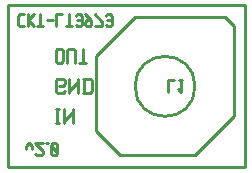
<source format=gbr>
G04 start of page 8 for group -4078 idx -4078 *
G04 Title: (unknown), bottomsilk *
G04 Creator: pcb 20110918 *
G04 CreationDate: Mon 01 Apr 2013 11:54:10 PM GMT UTC *
G04 For: railfan *
G04 Format: Gerber/RS-274X *
G04 PCB-Dimensions: 80000 55000 *
G04 PCB-Coordinate-Origin: lower left *
%MOIN*%
%FSLAX25Y25*%
%LNBOTTOMSILK*%
%ADD40C,0.0100*%
G54D40*X500Y54500D02*Y500D01*
X79500D02*Y54500D01*
X500Y500D02*X79500D01*
Y54500D02*X500D01*
X16500Y35830D02*Y39490D01*
Y35830D02*X17110Y35220D01*
X18330D01*
X18940Y35830D01*
Y39490D01*
X18330Y40100D02*X18940Y39490D01*
X17110Y40100D02*X18330D01*
X16500Y39490D02*X17110Y40100D01*
X20404Y35220D02*Y39490D01*
X21014Y40100D01*
X22234D01*
X22844Y39490D01*
Y35220D02*Y39490D01*
X24308Y35220D02*X26748D01*
X25528D02*Y40100D01*
X16500Y15220D02*X17720D01*
X17110D02*Y20100D01*
X16500D02*X17720D01*
X19184Y15220D02*Y20100D01*
Y15220D02*Y15830D01*
X22234Y18880D01*
Y15220D02*Y20100D01*
X18940Y25220D02*X19550Y25830D01*
X17110Y25220D02*X18940D01*
X16500Y25830D02*X17110Y25220D01*
X16500Y25830D02*Y29490D01*
X17110Y30100D01*
X18940D01*
X19550Y29490D01*
Y28270D02*Y29490D01*
X18940Y27660D02*X19550Y28270D01*
X17720Y27660D02*X18940D01*
X21014Y25220D02*Y30100D01*
Y25220D02*Y25830D01*
X24064Y28880D01*
Y25220D02*Y30100D01*
X26138Y25220D02*Y30100D01*
X27968Y25220D02*X28578Y25830D01*
Y29490D01*
X27968Y30100D02*X28578Y29490D01*
X25528Y30100D02*X27968D01*
X25528Y25220D02*X27968D01*
X6500Y6500D02*Y7500D01*
X7500Y8500D01*
X8500Y7500D01*
Y6500D02*Y7500D01*
X9700Y5000D02*X10200Y4500D01*
X11700D01*
X12200Y5000D01*
Y6000D01*
X9700Y8500D02*X12200Y6000D01*
X9700Y8500D02*X12200D01*
X13400D02*X13900D01*
X15100Y8000D02*X15600Y8500D01*
X15100Y5000D02*Y8000D01*
Y5000D02*X15600Y4500D01*
X16600D01*
X17100Y5000D01*
Y8000D01*
X16600Y8500D02*X17100Y8000D01*
X15600Y8500D02*X16600D01*
X15100Y7500D02*X17100Y5500D01*
X4500Y51500D02*X6000D01*
X4000Y51000D02*X4500Y51500D01*
X4000Y48000D02*Y51000D01*
Y48000D02*X4500Y47500D01*
X6000D01*
X7200D02*Y51500D01*
Y49500D02*X9200Y47500D01*
X7200Y49500D02*X9200Y51500D01*
X10400Y47500D02*X12400D01*
X11400D02*Y51500D01*
X13600Y49500D02*X15600D01*
X16800Y47500D02*Y51500D01*
X18800D01*
X20000Y47500D02*X22000D01*
X21000D02*Y51500D01*
X23200Y48000D02*X23700Y47500D01*
X24700D01*
X25200Y48000D01*
Y51000D01*
X24700Y51500D02*X25200Y51000D01*
X23700Y51500D02*X24700D01*
X23200Y51000D02*X23700Y51500D01*
Y49500D02*X25200D01*
X26400Y51500D02*X28400Y49500D01*
Y48000D02*Y49500D01*
X27900Y47500D02*X28400Y48000D01*
X26900Y47500D02*X27900D01*
X26400Y48000D02*X26900Y47500D01*
X26400Y48000D02*Y49000D01*
X26900Y49500D01*
X28400D01*
X29600Y51500D02*X32100Y49000D01*
Y47500D02*Y49000D01*
X29600Y47500D02*X32100D01*
X33300Y48000D02*X33800Y47500D01*
X34800D01*
X35300Y48000D01*
Y51000D01*
X34800Y51500D02*X35300Y51000D01*
X33800Y51500D02*X34800D01*
X33300Y51000D02*X33800Y51500D01*
Y49500D02*X35300D01*
X30000Y12500D02*X38000Y4500D01*
X30000Y37500D02*Y12500D01*
X43000Y50500D02*X30000Y37500D01*
X43000Y50500D02*X73000D01*
X76000Y47500D02*X73000Y50500D01*
X76000Y47500D02*Y17500D01*
X63000Y4500D02*X76000Y17500D01*
X38000Y4500D02*X63000D01*
X43000Y27500D02*G75*G03X43000Y27500I10000J0D01*G01*
X54000Y25500D02*Y29500D01*
X56000D01*
X57700D02*X58700D01*
X58200Y25500D02*Y29500D01*
X57200Y26500D02*X58200Y25500D01*
M02*

</source>
